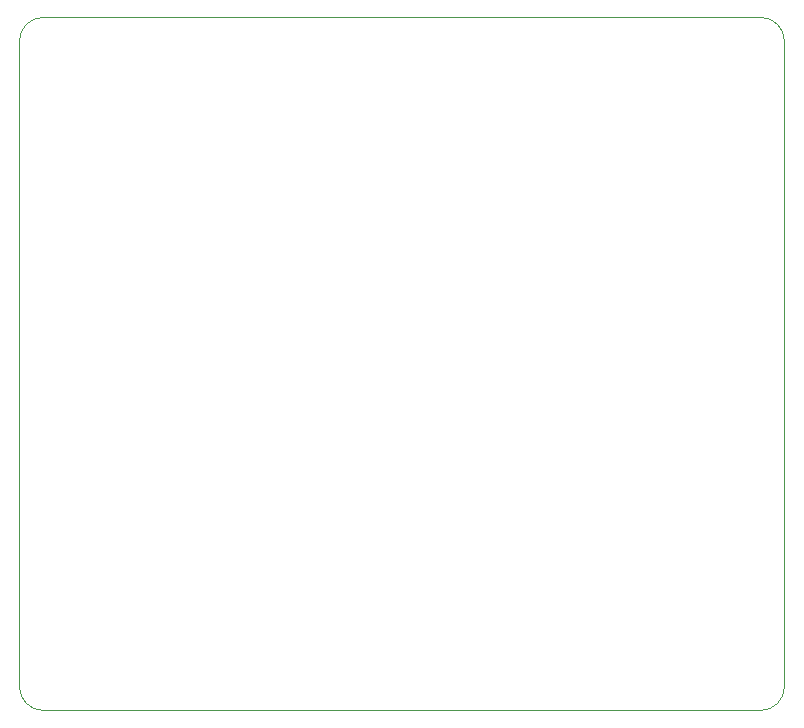
<source format=gbr>
%TF.GenerationSoftware,KiCad,Pcbnew,8.0.7*%
%TF.CreationDate,2025-05-01T01:05:46-07:00*%
%TF.ProjectId,salp_board,73616c70-5f62-46f6-9172-642e6b696361,rev?*%
%TF.SameCoordinates,Original*%
%TF.FileFunction,Profile,NP*%
%FSLAX46Y46*%
G04 Gerber Fmt 4.6, Leading zero omitted, Abs format (unit mm)*
G04 Created by KiCad (PCBNEW 8.0.7) date 2025-05-01 01:05:46*
%MOMM*%
%LPD*%
G01*
G04 APERTURE LIST*
%TA.AperFunction,Profile*%
%ADD10C,0.050000*%
%TD*%
G04 APERTURE END LIST*
D10*
X196374000Y-114808000D02*
X135604000Y-114808000D01*
X133604000Y-112808000D02*
X133604000Y-58134000D01*
X135604000Y-56134000D02*
X196374000Y-56134000D01*
X135604000Y-114808000D02*
G75*
G02*
X133604000Y-112808000I0J2000000D01*
G01*
X196374000Y-56134000D02*
G75*
G02*
X198374000Y-58134000I0J-2000000D01*
G01*
X198374000Y-58134000D02*
X198374000Y-112808000D01*
X198374000Y-112808000D02*
G75*
G02*
X196374000Y-114808000I-2000000J0D01*
G01*
X133604000Y-58134000D02*
G75*
G02*
X135604000Y-56134000I2000000J0D01*
G01*
M02*

</source>
